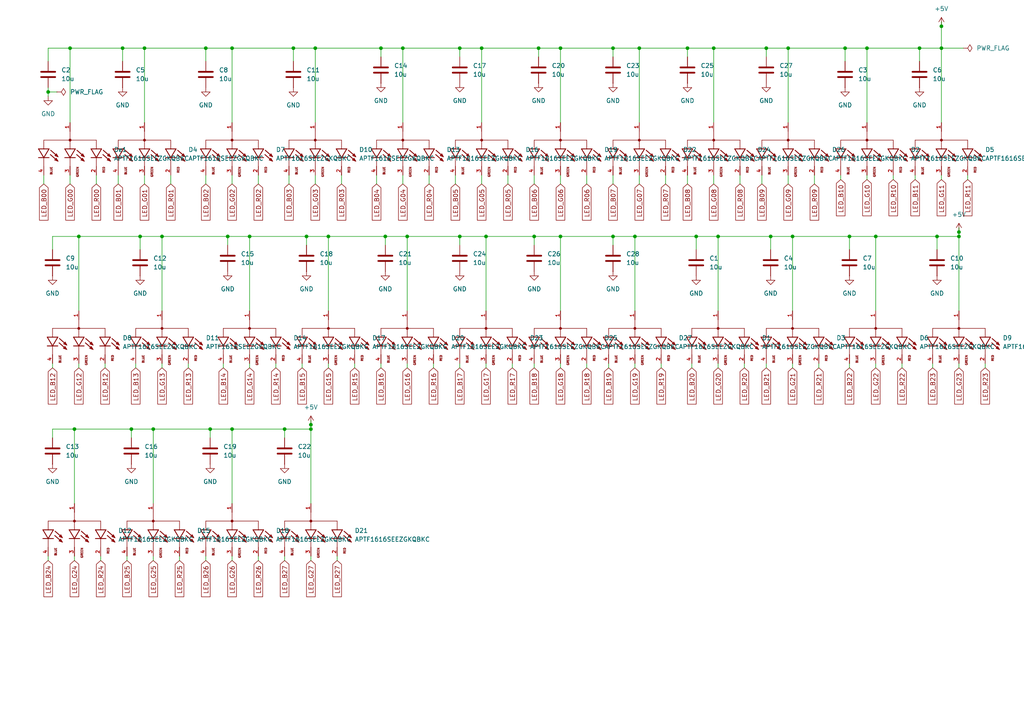
<source format=kicad_sch>
(kicad_sch (version 20250114) (generator "eeschema") (generator_version "9.0")
  (paper "A4")
  (lib_symbols
    (symbol "APTF1616SEEZGKQBKC:APTF1616SEEZGKQBKC" (pin_names (offset 1.016))
      (property "Reference" "D" (at -0.5588 12.7 0))
      (property "Value" "APTF1616SEEZGKQBKC" (at -1.016 -12.7 0))
      (symbol "APTF1616SEEZGKQBKC_0_0"
        (text "RED" (at 5.08 10.16 0) (effects (font (size 0.6096 0.6096)) (justify left bottom)))
        (text "GREEN" (at 5.08 2.54 0) (effects (font (size 0.6096 0.6096)) (justify left bottom)))
        (text "BLUE" (at 5.08 -5.08 0) (effects (font (size 0.6096 0.6096)) (justify left bottom)))
        (pin passive line (at -7.62 0 0) (length 2.54) (name "~") (number "1"))
        (pin passive line (at 7.62 7.62 180) (length 2.54) (name "~") (number "2"))
        (pin passive line (at 7.62 0 180) (length 2.54) (name "~") (number "3"))
        (pin passive line (at 7.62 -7.62 180) (length 2.54) (name "~") (number "4"))
      )
    )
    (symbol "Device:C" (pin_numbers (hide yes)) (pin_names (offset 0.254))
      (property "Reference" "C" (at 0.635 2.54 0))
      (property "Value" "C" (at 0.635 -2.54 0))
      (symbol "C_1_1"
        (pin passive line (at 0 3.81 270) (length 2.794) (name "~") (number "1"))
        (pin passive line (at 0 -3.81 90) (length 2.794) (name "~") (number "2"))
      )
    )
    (symbol "power:+5V" (power) (pin_numbers (hide yes)) (pin_names (offset 0) (hide yes))
      (property "Value" "+5V" (at 0 3.556 0))
      (symbol "+5V_1_1"
        (pin power_in line (at 0 0 90) (length 0) (name "~") (number "1"))
      )
    )
    (symbol "power:GND" (power) (pin_numbers (hide yes)) (pin_names (offset 0) (hide yes))
      (property "Value" "GND" (at 0 -3.81 0))
      (symbol "GND_1_1"
        (pin power_in line (at 0 0 270) (length 0) (name "~") (number "1"))
      )
    )
    (symbol "power:PWR_FLAG" (power) (pin_numbers (hide yes)) (pin_names (offset 0) (hide yes))
      (property "Value" "PWR_FLAG" (at 0 3.81 0))
      (symbol "PWR_FLAG_0_0"
        (pin power_out line (at 0 0 90) (length 0) (name "~") (number "1"))
      )
    )
  )
  (junction (at 59.69 13.97))
  (junction (at 245.11 13.97))
  (junction (at 140.97 68.58))
  (junction (at 13.97 26.67))
  (junction (at 271.78 68.58))
  (junction (at 22.86 68.58))
  (junction (at 44.45 124.46))
  (junction (at 246.38 68.58))
  (junction (at 60.96 124.46))
  (junction (at 133.35 68.58))
  (junction (at 185.42 13.97))
  (junction (at 229.87 68.58))
  (junction (at 111.76 68.58))
  (junction (at 88.9 68.58))
  (junction (at 67.31 124.46))
  (junction (at 177.8 68.58))
  (junction (at 254 68.58))
  (junction (at 82.55 124.46))
  (junction (at 40.64 68.58))
  (junction (at 208.28 68.58))
  (junction (at 251.46 13.97))
  (junction (at 228.6 13.97))
  (junction (at 35.56 13.97))
  (junction (at 184.15 68.58))
  (junction (at 95.25 68.58))
  (junction (at 278.13 67.31))
  (junction (at 199.39 13.97))
  (junction (at 154.94 68.58))
  (junction (at 177.8 13.97))
  (junction (at 278.13 68.58))
  (junction (at 41.91 13.97))
  (junction (at 162.56 13.97))
  (junction (at 162.56 68.58))
  (junction (at 110.49 13.97))
  (junction (at 90.17 123.19))
  (junction (at 223.52 68.58))
  (junction (at 156.21 13.97))
  (junction (at 118.11 68.58))
  (junction (at 66.04 68.58))
  (junction (at 139.7 13.97))
  (junction (at 273.05 13.97))
  (junction (at 133.35 13.97))
  (junction (at 72.39 68.58))
  (junction (at 222.25 13.97))
  (junction (at 266.7 13.97))
  (junction (at 21.59 124.46))
  (junction (at 67.31 13.97))
  (junction (at 207.01 13.97))
  (junction (at 91.44 13.97))
  (junction (at 85.09 13.97))
  (junction (at 116.84 13.97))
  (junction (at 38.1 124.46))
  (junction (at 90.17 124.46))
  (junction (at 46.99 68.58))
  (junction (at 20.32 13.97))
  (junction (at 273.05 7.62))
  (junction (at 201.93 68.58))
  (wire (pts (xy 13.97 26.67) (xy 13.97 27.94)))
  (wire (pts (xy 46.99 105.41) (xy 46.99 106.68)))
  (wire (pts (xy 201.93 68.58) (xy 208.28 68.58)))
  (wire (pts (xy 278.13 67.31) (xy 278.13 68.58)))
  (wire (pts (xy 85.09 13.97) (xy 91.44 13.97)))
  (wire (pts (xy 74.93 50.8) (xy 74.93 53.34)))
  (wire (pts (xy 64.77 105.41) (xy 64.77 106.68)))
  (wire (pts (xy 125.73 105.41) (xy 125.73 106.68)))
  (wire (pts (xy 228.6 35.56) (xy 228.6 13.97)))
  (wire (pts (xy 251.46 50.8) (xy 251.46 52.07)))
  (wire (pts (xy 162.56 50.8) (xy 162.56 53.34)))
  (wire (pts (xy 60.96 124.46) (xy 67.31 124.46)))
  (wire (pts (xy 251.46 35.56) (xy 251.46 13.97)))
  (wire (pts (xy 132.08 50.8) (xy 132.08 53.34)))
  (wire (pts (xy 278.13 105.41) (xy 278.13 106.68)))
  (wire (pts (xy 201.93 72.39) (xy 201.93 68.58)))
  (wire (pts (xy 80.01 105.41) (xy 80.01 106.68)))
  (wire (pts (xy 44.45 161.29) (xy 44.45 162.56)))
  (wire (pts (xy 34.29 50.8) (xy 34.29 53.34)))
  (wire (pts (xy 87.63 105.41) (xy 87.63 106.68)))
  (wire (pts (xy 199.39 50.8) (xy 199.39 53.34)))
  (wire (pts (xy 41.91 13.97) (xy 59.69 13.97)))
  (wire (pts (xy 85.09 17.78) (xy 85.09 13.97)))
  (wire (pts (xy 109.22 50.8) (xy 109.22 53.34)))
  (wire (pts (xy 245.11 13.97) (xy 245.11 17.78)))
  (wire (pts (xy 35.56 13.97) (xy 20.32 13.97)))
  (wire (pts (xy 154.94 105.41) (xy 154.94 106.68)))
  (wire (pts (xy 38.1 127) (xy 38.1 124.46)))
  (wire (pts (xy 67.31 124.46) (xy 67.31 146.05)))
  (wire (pts (xy 139.7 35.56) (xy 139.7 13.97)))
  (wire (pts (xy 177.8 13.97) (xy 185.42 13.97)))
  (wire (pts (xy 124.46 50.8) (xy 124.46 53.34)))
  (wire (pts (xy 200.66 105.41) (xy 200.66 106.68)))
  (wire (pts (xy 40.64 68.58) (xy 46.99 68.58)))
  (wire (pts (xy 223.52 68.58) (xy 223.52 72.39)))
  (wire (pts (xy 261.62 105.41) (xy 261.62 106.68)))
  (wire (pts (xy 15.24 124.46) (xy 21.59 124.46)))
  (wire (pts (xy 265.43 50.8) (xy 265.43 52.07)))
  (wire (pts (xy 59.69 13.97) (xy 67.31 13.97)))
  (wire (pts (xy 236.22 50.8) (xy 236.22 53.34)))
  (wire (pts (xy 13.97 26.67) (xy 16.51 26.67)))
  (wire (pts (xy 271.78 72.39) (xy 271.78 68.58)))
  (wire (pts (xy 21.59 124.46) (xy 21.59 146.05)))
  (wire (pts (xy 215.9 105.41) (xy 215.9 106.68)))
  (wire (pts (xy 237.49 105.41) (xy 237.49 106.68)))
  (wire (pts (xy 280.67 50.8) (xy 280.67 52.07)))
  (wire (pts (xy 278.13 90.17) (xy 278.13 68.58)))
  (wire (pts (xy 46.99 90.17) (xy 46.99 68.58)))
  (wire (pts (xy 59.69 161.29) (xy 59.69 162.56)))
  (wire (pts (xy 110.49 105.41) (xy 110.49 106.68)))
  (wire (pts (xy 229.87 68.58) (xy 229.87 90.17)))
  (wire (pts (xy 110.49 13.97) (xy 116.84 13.97)))
  (wire (pts (xy 118.11 68.58) (xy 133.35 68.58)))
  (wire (pts (xy 214.63 50.8) (xy 214.63 53.34)))
  (wire (pts (xy 254 68.58) (xy 254 90.17)))
  (wire (pts (xy 15.24 68.58) (xy 15.24 72.39)))
  (wire (pts (xy 67.31 124.46) (xy 82.55 124.46)))
  (wire (pts (xy 72.39 68.58) (xy 72.39 90.17)))
  (wire (pts (xy 111.76 71.12) (xy 111.76 68.58)))
  (wire (pts (xy 185.42 13.97) (xy 199.39 13.97)))
  (wire (pts (xy 118.11 68.58) (xy 118.11 90.17)))
  (wire (pts (xy 139.7 50.8) (xy 139.7 53.34)))
  (wire (pts (xy 74.93 161.29) (xy 74.93 162.56)))
  (wire (pts (xy 133.35 105.41) (xy 133.35 106.68)))
  (wire (pts (xy 184.15 68.58) (xy 201.93 68.58)))
  (wire (pts (xy 20.32 13.97) (xy 13.97 13.97)))
  (wire (pts (xy 193.04 50.8) (xy 193.04 53.34)))
  (wire (pts (xy 82.55 124.46) (xy 90.17 124.46)))
  (wire (pts (xy 91.44 50.8) (xy 91.44 53.34)))
  (wire (pts (xy 102.87 105.41) (xy 102.87 106.68)))
  (wire (pts (xy 95.25 105.41) (xy 95.25 106.68)))
  (wire (pts (xy 67.31 50.8) (xy 67.31 53.34)))
  (wire (pts (xy 46.99 68.58) (xy 66.04 68.58)))
  (wire (pts (xy 95.25 68.58) (xy 111.76 68.58)))
  (wire (pts (xy 147.32 50.8) (xy 147.32 53.34)))
  (wire (pts (xy 222.25 13.97) (xy 207.01 13.97)))
  (wire (pts (xy 111.76 68.58) (xy 118.11 68.58)))
  (wire (pts (xy 285.75 105.41) (xy 285.75 106.68)))
  (wire (pts (xy 266.7 13.97) (xy 273.05 13.97)))
  (wire (pts (xy 154.94 68.58) (xy 154.94 71.12)))
  (wire (pts (xy 133.35 71.12) (xy 133.35 68.58)))
  (wire (pts (xy 246.38 105.41) (xy 246.38 106.68)))
  (wire (pts (xy 222.25 13.97) (xy 222.25 16.51)))
  (wire (pts (xy 273.05 7.62) (xy 273.05 6.35)))
  (wire (pts (xy 229.87 68.58) (xy 246.38 68.58)))
  (wire (pts (xy 243.84 50.8) (xy 243.84 52.07)))
  (wire (pts (xy 88.9 68.58) (xy 95.25 68.58)))
  (wire (pts (xy 60.96 124.46) (xy 60.96 127)))
  (wire (pts (xy 52.07 161.29) (xy 52.07 162.56)))
  (wire (pts (xy 271.78 68.58) (xy 278.13 68.58)))
  (wire (pts (xy 199.39 13.97) (xy 199.39 16.51)))
  (wire (pts (xy 177.8 68.58) (xy 177.8 71.12)))
  (wire (pts (xy 177.8 50.8) (xy 177.8 53.34)))
  (wire (pts (xy 116.84 13.97) (xy 116.84 35.56)))
  (wire (pts (xy 266.7 13.97) (xy 251.46 13.97)))
  (wire (pts (xy 44.45 124.46) (xy 60.96 124.46)))
  (wire (pts (xy 162.56 105.41) (xy 162.56 106.68)))
  (wire (pts (xy 185.42 13.97) (xy 185.42 35.56)))
  (wire (pts (xy 90.17 124.46) (xy 90.17 146.05)))
  (wire (pts (xy 222.25 105.41) (xy 222.25 106.68)))
  (wire (pts (xy 170.18 105.41) (xy 170.18 106.68)))
  (wire (pts (xy 59.69 13.97) (xy 59.69 17.78)))
  (wire (pts (xy 97.79 161.29) (xy 97.79 162.56)))
  (wire (pts (xy 12.7 50.8) (xy 12.7 53.34)))
  (wire (pts (xy 254 68.58) (xy 271.78 68.58)))
  (wire (pts (xy 88.9 71.12) (xy 88.9 68.58)))
  (wire (pts (xy 228.6 50.8) (xy 228.6 53.34)))
  (wire (pts (xy 67.31 13.97) (xy 67.31 35.56)))
  (wire (pts (xy 59.69 50.8) (xy 59.69 53.34)))
  (wire (pts (xy 39.37 105.41) (xy 39.37 106.68)))
  (wire (pts (xy 72.39 105.41) (xy 72.39 106.68)))
  (wire (pts (xy 22.86 68.58) (xy 40.64 68.58)))
  (wire (pts (xy 148.59 105.41) (xy 148.59 106.68)))
  (wire (pts (xy 273.05 50.8) (xy 273.05 52.07)))
  (wire (pts (xy 156.21 13.97) (xy 162.56 13.97)))
  (wire (pts (xy 273.05 13.97) (xy 273.05 7.62)))
  (wire (pts (xy 156.21 16.51) (xy 156.21 13.97)))
  (wire (pts (xy 95.25 90.17) (xy 95.25 68.58)))
  (wire (pts (xy 91.44 13.97) (xy 110.49 13.97)))
  (wire (pts (xy 38.1 124.46) (xy 44.45 124.46)))
  (wire (pts (xy 116.84 13.97) (xy 133.35 13.97)))
  (wire (pts (xy 44.45 146.05) (xy 44.45 124.46)))
  (wire (pts (xy 270.51 105.41) (xy 270.51 106.68)))
  (wire (pts (xy 133.35 68.58) (xy 140.97 68.58)))
  (wire (pts (xy 67.31 13.97) (xy 85.09 13.97)))
  (wire (pts (xy 41.91 13.97) (xy 41.91 35.56)))
  (wire (pts (xy 154.94 50.8) (xy 154.94 53.34)))
  (wire (pts (xy 222.25 13.97) (xy 228.6 13.97)))
  (wire (pts (xy 208.28 68.58) (xy 223.52 68.58)))
  (wire (pts (xy 22.86 105.41) (xy 22.86 106.68)))
  (wire (pts (xy 176.53 105.41) (xy 176.53 106.68)))
  (wire (pts (xy 184.15 90.17) (xy 184.15 68.58)))
  (wire (pts (xy 177.8 68.58) (xy 184.15 68.58)))
  (wire (pts (xy 162.56 68.58) (xy 154.94 68.58)))
  (wire (pts (xy 36.83 161.29) (xy 36.83 162.56)))
  (wire (pts (xy 162.56 13.97) (xy 177.8 13.97)))
  (wire (pts (xy 99.06 50.8) (xy 99.06 53.34)))
  (wire (pts (xy 21.59 124.46) (xy 38.1 124.46)))
  (wire (pts (xy 177.8 68.58) (xy 162.56 68.58)))
  (wire (pts (xy 223.52 68.58) (xy 229.87 68.58)))
  (wire (pts (xy 90.17 123.19) (xy 90.17 124.46)))
  (wire (pts (xy 20.32 35.56) (xy 20.32 13.97)))
  (wire (pts (xy 177.8 16.51) (xy 177.8 13.97)))
  (wire (pts (xy 83.82 50.8) (xy 83.82 53.34)))
  (wire (pts (xy 29.21 161.29) (xy 29.21 162.56)))
  (wire (pts (xy 66.04 68.58) (xy 72.39 68.58)))
  (wire (pts (xy 140.97 68.58) (xy 154.94 68.58)))
  (wire (pts (xy 170.18 50.8) (xy 170.18 53.34)))
  (wire (pts (xy 185.42 50.8) (xy 185.42 53.34)))
  (wire (pts (xy 82.55 161.29) (xy 82.55 162.56)))
  (wire (pts (xy 90.17 161.29) (xy 90.17 162.56)))
  (wire (pts (xy 246.38 68.58) (xy 246.38 72.39)))
  (wire (pts (xy 116.84 50.8) (xy 116.84 53.34)))
  (wire (pts (xy 207.01 13.97) (xy 207.01 35.56)))
  (wire (pts (xy 191.77 105.41) (xy 191.77 106.68)))
  (wire (pts (xy 140.97 105.41) (xy 140.97 106.68)))
  (wire (pts (xy 245.11 13.97) (xy 251.46 13.97)))
  (wire (pts (xy 72.39 68.58) (xy 88.9 68.58)))
  (wire (pts (xy 229.87 105.41) (xy 229.87 106.68)))
  (wire (pts (xy 41.91 50.8) (xy 41.91 53.34)))
  (wire (pts (xy 91.44 35.56) (xy 91.44 13.97)))
  (wire (pts (xy 266.7 17.78) (xy 266.7 13.97)))
  (wire (pts (xy 66.04 71.12) (xy 66.04 68.58)))
  (wire (pts (xy 162.56 13.97) (xy 162.56 35.56)))
  (wire (pts (xy 20.32 50.8) (xy 20.32 53.34)))
  (wire (pts (xy 118.11 105.41) (xy 118.11 106.68)))
  (wire (pts (xy 162.56 68.58) (xy 162.56 90.17)))
  (wire (pts (xy 15.24 105.41) (xy 15.24 106.68)))
  (wire (pts (xy 22.86 68.58) (xy 22.86 90.17)))
  (wire (pts (xy 27.94 50.8) (xy 27.94 53.34)))
  (wire (pts (xy 35.56 17.78) (xy 35.56 13.97)))
  (wire (pts (xy 40.64 72.39) (xy 40.64 68.58)))
  (wire (pts (xy 139.7 13.97) (xy 156.21 13.97)))
  (wire (pts (xy 254 105.41) (xy 254 106.68)))
  (wire (pts (xy 90.17 121.92) (xy 90.17 123.19)))
  (wire (pts (xy 13.97 25.4) (xy 13.97 26.67)))
  (wire (pts (xy 54.61 105.41) (xy 54.61 106.68)))
  (wire (pts (xy 259.08 50.8) (xy 259.08 52.07)))
  (wire (pts (xy 228.6 13.97) (xy 245.11 13.97)))
  (wire (pts (xy 273.05 13.97) (xy 273.05 35.56)))
  (wire (pts (xy 30.48 105.41) (xy 30.48 106.68)))
  (wire (pts (xy 279.4 13.97) (xy 273.05 13.97)))
  (wire (pts (xy 133.35 16.51) (xy 133.35 13.97)))
  (wire (pts (xy 67.31 161.29) (xy 67.31 162.56)))
  (wire (pts (xy 208.28 105.41) (xy 208.28 106.68)))
  (wire (pts (xy 207.01 13.97) (xy 199.39 13.97)))
  (wire (pts (xy 208.28 90.17) (xy 208.28 68.58)))
  (wire (pts (xy 15.24 68.58) (xy 22.86 68.58)))
  (wire (pts (xy 110.49 16.51) (xy 110.49 13.97)))
  (wire (pts (xy 82.55 124.46) (xy 82.55 127)))
  (wire (pts (xy 13.97 13.97) (xy 13.97 17.78)))
  (wire (pts (xy 207.01 50.8) (xy 207.01 53.34)))
  (wire (pts (xy 15.24 124.46) (xy 15.24 127)))
  (wire (pts (xy 140.97 68.58) (xy 140.97 90.17)))
  (wire (pts (xy 13.97 161.29) (xy 13.97 162.56)))
  (wire (pts (xy 278.13 66.04) (xy 278.13 67.31)))
  (wire (pts (xy 184.15 105.41) (xy 184.15 106.68)))
  (wire (pts (xy 35.56 13.97) (xy 41.91 13.97)))
  (wire (pts (xy 133.35 13.97) (xy 139.7 13.97)))
  (wire (pts (xy 49.53 50.8) (xy 49.53 53.34)))
  (wire (pts (xy 21.59 161.29) (xy 21.59 162.56)))
  (wire (pts (xy 246.38 68.58) (xy 254 68.58)))
  (wire (pts (xy 220.98 50.8) (xy 220.98 53.34)))
  (global_label "LED_R13" (shape input) (at 54.61 106.68 270) (property "Intersheetrefs" "${INTERSHEET_REFS}" (effects (hide yes))))
  (global_label "LED_G22" (shape input) (at 254 106.68 270) (property "Intersheetrefs" "${INTERSHEET_REFS}" (effects (hide yes))))
  (global_label "LED_R03" (shape input) (at 99.06 53.34 270) (property "Intersheetrefs" "${INTERSHEET_REFS}" (effects (hide yes))))
  (global_label "LED_B18" (shape input) (at 154.94 106.68 270) (property "Intersheetrefs" "${INTERSHEET_REFS}" (effects (hide yes))))
  (global_label "LED_G02" (shape input) (at 67.31 53.34 270) (property "Intersheetrefs" "${INTERSHEET_REFS}" (effects (hide yes))))
  (global_label "LED_B11" (shape input) (at 265.43 52.07 270) (property "Intersheetrefs" "${INTERSHEET_REFS}" (effects (hide yes))))
  (global_label "LED_B27" (shape input) (at 82.55 162.56 270) (property "Intersheetrefs" "${INTERSHEET_REFS}" (effects (hide yes))))
  (global_label "LED_R00" (shape input) (at 27.94 53.34 270) (property "Intersheetrefs" "${INTERSHEET_REFS}" (effects (hide yes))))
  (global_label "LED_G26" (shape input) (at 67.31 162.56 270) (property "Intersheetrefs" "${INTERSHEET_REFS}" (effects (hide yes))))
  (global_label "LED_G21" (shape input) (at 229.87 106.68 270) (property "Intersheetrefs" "${INTERSHEET_REFS}" (effects (hide yes))))
  (global_label "LED_R21" (shape input) (at 237.49 106.68 270) (property "Intersheetrefs" "${INTERSHEET_REFS}" (effects (hide yes))))
  (global_label "LED_B23" (shape input) (at 270.51 106.68 270) (property "Intersheetrefs" "${INTERSHEET_REFS}" (effects (hide yes))))
  (global_label "LED_R20" (shape input) (at 215.9 106.68 270) (property "Intersheetrefs" "${INTERSHEET_REFS}" (effects (hide yes))))
  (global_label "LED_B07" (shape input) (at 177.8 53.34 270) (property "Intersheetrefs" "${INTERSHEET_REFS}" (effects (hide yes))))
  (global_label "LED_G00" (shape input) (at 20.32 53.34 270) (property "Intersheetrefs" "${INTERSHEET_REFS}" (effects (hide yes))))
  (global_label "LED_B01" (shape input) (at 34.29 53.34 270) (property "Intersheetrefs" "${INTERSHEET_REFS}" (effects (hide yes))))
  (global_label "LED_R05" (shape input) (at 147.32 53.34 270) (property "Intersheetrefs" "${INTERSHEET_REFS}" (effects (hide yes))))
  (global_label "LED_B00" (shape input) (at 12.7 53.34 270) (property "Intersheetrefs" "${INTERSHEET_REFS}" (effects (hide yes))))
  (global_label "LED_G16" (shape input) (at 118.11 106.68 270) (property "Intersheetrefs" "${INTERSHEET_REFS}" (effects (hide yes))))
  (global_label "LED_R09" (shape input) (at 236.22 53.34 270) (property "Intersheetrefs" "${INTERSHEET_REFS}" (effects (hide yes))))
  (global_label "LED_R24" (shape input) (at 29.21 162.56 270) (property "Intersheetrefs" "${INTERSHEET_REFS}" (effects (hide yes))))
  (global_label "LED_G19" (shape input) (at 184.15 106.68 270) (property "Intersheetrefs" "${INTERSHEET_REFS}" (effects (hide yes))))
  (global_label "LED_B12" (shape input) (at 15.24 106.68 270) (property "Intersheetrefs" "${INTERSHEET_REFS}" (effects (hide yes))))
  (global_label "LED_G18" (shape input) (at 162.56 106.68 270) (property "Intersheetrefs" "${INTERSHEET_REFS}" (effects (hide yes))))
  (global_label "LED_B03" (shape input) (at 83.82 53.34 270) (property "Intersheetrefs" "${INTERSHEET_REFS}" (effects (hide yes))))
  (global_label "LED_G08" (shape input) (at 207.01 53.34 270) (property "Intersheetrefs" "${INTERSHEET_REFS}" (effects (hide yes))))
  (global_label "LED_G14" (shape input) (at 72.39 106.68 270) (property "Intersheetrefs" "${INTERSHEET_REFS}" (effects (hide yes))))
  (global_label "LED_B26" (shape input) (at 59.69 162.56 270) (property "Intersheetrefs" "${INTERSHEET_REFS}" (effects (hide yes))))
  (global_label "LED_G23" (shape input) (at 278.13 106.68 270) (property "Intersheetrefs" "${INTERSHEET_REFS}" (effects (hide yes))))
  (global_label "LED_R17" (shape input) (at 148.59 106.68 270) (property "Intersheetrefs" "${INTERSHEET_REFS}" (effects (hide yes))))
  (global_label "LED_G01" (shape input) (at 41.91 53.34 270) (property "Intersheetrefs" "${INTERSHEET_REFS}" (effects (hide yes))))
  (global_label "LED_B25" (shape input) (at 36.83 162.56 270) (property "Intersheetrefs" "${INTERSHEET_REFS}" (effects (hide yes))))
  (global_label "LED_R22" (shape input) (at 261.62 106.68 270) (property "Intersheetrefs" "${INTERSHEET_REFS}" (effects (hide yes))))
  (global_label "LED_B19" (shape input) (at 176.53 106.68 270) (property "Intersheetrefs" "${INTERSHEET_REFS}" (effects (hide yes))))
  (global_label "LED_G06" (shape input) (at 162.56 53.34 270) (property "Intersheetrefs" "${INTERSHEET_REFS}" (effects (hide yes))))
  (global_label "LED_G17" (shape input) (at 140.97 106.68 270) (property "Intersheetrefs" "${INTERSHEET_REFS}" (effects (hide yes))))
  (global_label "LED_R25" (shape input) (at 52.07 162.56 270) (property "Intersheetrefs" "${INTERSHEET_REFS}" (effects (hide yes))))
  (global_label "LED_B09" (shape input) (at 220.98 53.34 270) (property "Intersheetrefs" "${INTERSHEET_REFS}" (effects (hide yes))))
  (global_label "LED_R26" (shape input) (at 74.93 162.56 270) (property "Intersheetrefs" "${INTERSHEET_REFS}" (effects (hide yes))))
  (global_label "LED_R14" (shape input) (at 80.01 106.68 270) (property "Intersheetrefs" "${INTERSHEET_REFS}" (effects (hide yes))))
  (global_label "LED_G04" (shape input) (at 116.84 53.34 270) (property "Intersheetrefs" "${INTERSHEET_REFS}" (effects (hide yes))))
  (global_label "LED_R27" (shape input) (at 97.79 162.56 270) (property "Intersheetrefs" "${INTERSHEET_REFS}" (effects (hide yes))))
  (global_label "LED_B04" (shape input) (at 109.22 53.34 270) (property "Intersheetrefs" "${INTERSHEET_REFS}" (effects (hide yes))))
  (global_label "LED_R01" (shape input) (at 49.53 53.34 270) (property "Intersheetrefs" "${INTERSHEET_REFS}" (effects (hide yes))))
  (global_label "LED_B08" (shape input) (at 199.39 53.34 270) (property "Intersheetrefs" "${INTERSHEET_REFS}" (effects (hide yes))))
  (global_label "LED_G12" (shape input) (at 22.86 106.68 270) (property "Intersheetrefs" "${INTERSHEET_REFS}" (effects (hide yes))))
  (global_label "LED_R02" (shape input) (at 74.93 53.34 270) (property "Intersheetrefs" "${INTERSHEET_REFS}" (effects (hide yes))))
  (global_label "LED_R04" (shape input) (at 124.46 53.34 270) (property "Intersheetrefs" "${INTERSHEET_REFS}" (effects (hide yes))))
  (global_label "LED_B06" (shape input) (at 154.94 53.34 270) (property "Intersheetrefs" "${INTERSHEET_REFS}" (effects (hide yes))))
  (global_label "LED_G25" (shape input) (at 44.45 162.56 270) (property "Intersheetrefs" "${INTERSHEET_REFS}" (effects (hide yes))))
  (global_label "LED_G24" (shape input) (at 21.59 162.56 270) (property "Intersheetrefs" "${INTERSHEET_REFS}" (effects (hide yes))))
  (global_label "LED_G20" (shape input) (at 208.28 106.68 270) (property "Intersheetrefs" "${INTERSHEET_REFS}" (effects (hide yes))))
  (global_label "LED_R18" (shape input) (at 170.18 106.68 270) (property "Intersheetrefs" "${INTERSHEET_REFS}" (effects (hide yes))))
  (global_label "LED_R23" (shape input) (at 285.75 106.68 270) (property "Intersheetrefs" "${INTERSHEET_REFS}" (effects (hide yes))))
  (global_label "LED_R11" (shape input) (at 280.67 52.07 270) (property "Intersheetrefs" "${INTERSHEET_REFS}" (effects (hide yes))))
  (global_label "LED_R12" (shape input) (at 30.48 106.68 270) (property "Intersheetrefs" "${INTERSHEET_REFS}" (effects (hide yes))))
  (global_label "LED_B14" (shape input) (at 64.77 106.68 270) (property "Intersheetrefs" "${INTERSHEET_REFS}" (effects (hide yes))))
  (global_label "LED_R15" (shape input) (at 102.87 106.68 270) (property "Intersheetrefs" "${INTERSHEET_REFS}" (effects (hide yes))))
  (global_label "LED_B16" (shape input) (at 110.49 106.68 270) (property "Intersheetrefs" "${INTERSHEET_REFS}" (effects (hide yes))))
  (global_label "LED_G05" (shape input) (at 139.7 53.34 270) (property "Intersheetrefs" "${INTERSHEET_REFS}" (effects (hide yes))))
  (global_label "LED_R10" (shape input) (at 259.08 52.07 270) (property "Intersheetrefs" "${INTERSHEET_REFS}" (effects (hide yes))))
  (global_label "LED_R07" (shape input) (at 193.04 53.34 270) (property "Intersheetrefs" "${INTERSHEET_REFS}" (effects (hide yes))))
  (global_label "LED_R08" (shape input) (at 214.63 53.34 270) (property "Intersheetrefs" "${INTERSHEET_REFS}" (effects (hide yes))))
  (global_label "LED_B15" (shape input) (at 87.63 106.68 270) (property "Intersheetrefs" "${INTERSHEET_REFS}" (effects (hide yes))))
  (global_label "LED_G07" (shape input) (at 185.42 53.34 270) (property "Intersheetrefs" "${INTERSHEET_REFS}" (effects (hide yes))))
  (global_label "LED_B05" (shape input) (at 132.08 53.34 270) (property "Intersheetrefs" "${INTERSHEET_REFS}" (effects (hide yes))))
  (global_label "LED_B10" (shape input) (at 243.84 52.07 270) (property "Intersheetrefs" "${INTERSHEET_REFS}" (effects (hide yes))))
  (global_label "LED_R06" (shape input) (at 170.18 53.34 270) (property "Intersheetrefs" "${INTERSHEET_REFS}" (effects (hide yes))))
  (global_label "LED_B20" (shape input) (at 200.66 106.68 270) (property "Intersheetrefs" "${INTERSHEET_REFS}" (effects (hide yes))))
  (global_label "LED_R16" (shape input) (at 125.73 106.68 270) (property "Intersheetrefs" "${INTERSHEET_REFS}" (effects (hide yes))))
  (global_label "LED_B02" (shape input) (at 59.69 53.34 270) (property "Intersheetrefs" "${INTERSHEET_REFS}" (effects (hide yes))))
  (global_label "LED_G15" (shape input) (at 95.25 106.68 270) (property "Intersheetrefs" "${INTERSHEET_REFS}" (effects (hide yes))))
  (global_label "LED_G27" (shape input) (at 90.17 162.56 270) (property "Intersheetrefs" "${INTERSHEET_REFS}" (effects (hide yes))))
  (global_label "LED_G09" (shape input) (at 228.6 53.34 270) (property "Intersheetrefs" "${INTERSHEET_REFS}" (effects (hide yes))))
  (global_label "LED_G13" (shape input) (at 46.99 106.68 270) (property "Intersheetrefs" "${INTERSHEET_REFS}" (effects (hide yes))))
  (global_label "LED_B22" (shape input) (at 246.38 106.68 270) (property "Intersheetrefs" "${INTERSHEET_REFS}" (effects (hide yes))))
  (global_label "LED_B24" (shape input) (at 13.97 162.56 270) (property "Intersheetrefs" "${INTERSHEET_REFS}" (effects (hide yes))))
  (global_label "LED_G11" (shape input) (at 273.05 52.07 270) (property "Intersheetrefs" "${INTERSHEET_REFS}" (effects (hide yes))))
  (global_label "LED_G10" (shape input) (at 251.46 52.07 270) (property "Intersheetrefs" "${INTERSHEET_REFS}" (effects (hide yes))))
  (global_label "LED_R19" (shape input) (at 191.77 106.68 270) (property "Intersheetrefs" "${INTERSHEET_REFS}" (effects (hide yes))))
  (global_label "LED_B17" (shape input) (at 133.35 106.68 270) (property "Intersheetrefs" "${INTERSHEET_REFS}" (effects (hide yes))))
  (global_label "LED_B13" (shape input) (at 39.37 106.68 270) (property "Intersheetrefs" "${INTERSHEET_REFS}" (effects (hide yes))))
  (global_label "LED_G03" (shape input) (at 91.44 53.34 270) (property "Intersheetrefs" "${INTERSHEET_REFS}" (effects (hide yes))))
  (global_label "LED_B21" (shape input) (at 222.25 106.68 270) (property "Intersheetrefs" "${INTERSHEET_REFS}" (effects (hide yes))))
  (symbol (lib_id "APTF1616SEEZGKQBKC:APTF1616SEEZGKQBKC") (at 208.28 97.79 270) (unit 1)
    (property "Reference" "D1" (at 220.98 98.0155 90) (effects (justify left)))
    (property "Value" "APTF1616SEEZGKQBKC" (at 220.98 100.5555 90) (effects (justify left)))
    (property "Footprint" "APTF1616SEEZGKQBKC:LED_APTF1616SEEZGKQBKC" (effects (hide yes)))
    (property "PARTREV" "V.14A" (effects (hide yes)))
    (property "STANDARD" "Manufacturer Recommendations" (effects (hide yes)))
    (property "MAXIMUM_PACKAGE_HEIGHT" "0.7mm" (effects (hide yes)))
    (property "MANUFACTURER" "Kingbright" (effects (hide yes)))
  )
  (symbol (lib_id "Device:C") (at 15.24 76.2 0) (unit 1)
    (property "Reference" "C9" (at 19.05 74.9299 0) (effects (justify left)))
    (property "Value" "10u" (at 19.05 77.4699 0) (effects (justify left)))
    (property "Footprint" "CL31A106MBHNNNE:CAP_CL31A_SAM" (effects (hide yes)))
    (property "Description" "Unpolarized capacitor" (effects (hide yes)))
  )
  (symbol (lib_id "Device:C") (at 88.9 74.93 0) (unit 1)
    (property "Reference" "C18" (at 92.71 73.6599 0) (effects (justify left)))
    (property "Value" "10u" (at 92.71 76.1999 0) (effects (justify left)))
    (property "Footprint" "CL31A106MBHNNNE:CAP_CL31A_SAM" (effects (hide yes)))
    (property "Description" "Unpolarized capacitor" (effects (hide yes)))
  )
  (symbol (lib_id "Device:C") (at 154.94 74.93 0) (unit 1)
    (property "Reference" "C26" (at 158.75 73.6599 0) (effects (justify left)))
    (property "Value" "10u" (at 158.75 76.1999 0) (effects (justify left)))
    (property "Footprint" "CL31A106MBHNNNE:CAP_CL31A_SAM" (effects (hide yes)))
    (property "Description" "Unpolarized capacitor" (effects (hide yes)))
  )
  (symbol (lib_id "power:GND") (at 35.56 25.4 0) (unit 1)
    (property "Reference" "#PWR05" (effects (hide yes)))
    (property "Value" "GND" (at 35.56 30.48 0))
    (property "Description" "Power symbol creates a global label with name \"GND\" , ground" (effects (hide yes)))
  )
  (symbol (lib_id "Device:C") (at 15.24 130.81 0) (unit 1)
    (property "Reference" "C13" (at 19.05 129.5399 0) (effects (justify left)))
    (property "Value" "10u" (at 19.05 132.0799 0) (effects (justify left)))
    (property "Footprint" "CL31A106MBHNNNE:CAP_CL31A_SAM" (effects (hide yes)))
    (property "Description" "Unpolarized capacitor" (effects (hide yes)))
  )
  (symbol (lib_id "power:GND") (at 111.76 78.74 0) (unit 1)
    (property "Reference" "#PWR021" (effects (hide yes)))
    (property "Value" "GND" (at 111.76 83.82 0))
    (property "Description" "Power symbol creates a global label with name \"GND\" , ground" (effects (hide yes)))
  )
  (symbol (lib_id "power:GND") (at 88.9 78.74 0) (unit 1)
    (property "Reference" "#PWR018" (effects (hide yes)))
    (property "Value" "GND" (at 88.9 83.82 0))
    (property "Description" "Power symbol creates a global label with name \"GND\" , ground" (effects (hide yes)))
  )
  (symbol (lib_id "Device:C") (at 199.39 20.32 0) (unit 1)
    (property "Reference" "C25" (at 203.2 19.0499 0) (effects (justify left)))
    (property "Value" "10u" (at 203.2 21.5899 0) (effects (justify left)))
    (property "Footprint" "CL31A106MBHNNNE:CAP_CL31A_SAM" (effects (hide yes)))
    (property "Description" "Unpolarized capacitor" (effects (hide yes)))
  )
  (symbol (lib_id "APTF1616SEEZGKQBKC:APTF1616SEEZGKQBKC") (at 91.44 43.18 270) (unit 1)
    (property "Reference" "D10" (at 104.14 43.4055 90) (effects (justify left)))
    (property "Value" "APTF1616SEEZGKQBKC" (at 104.14 45.9455 90) (effects (justify left)))
    (property "Footprint" "APTF1616SEEZGKQBKC:LED_APTF1616SEEZGKQBKC" (effects (hide yes)))
    (property "PARTREV" "V.14A" (effects (hide yes)))
    (property "STANDARD" "Manufacturer Recommendations" (effects (hide yes)))
    (property "MAXIMUM_PACKAGE_HEIGHT" "0.7mm" (effects (hide yes)))
    (property "MANUFACTURER" "Kingbright" (effects (hide yes)))
  )
  (symbol (lib_id "APTF1616SEEZGKQBKC:APTF1616SEEZGKQBKC") (at 46.99 97.79 270) (unit 1)
    (property "Reference" "D11" (at 59.69 98.0155 90) (effects (justify left)))
    (property "Value" "APTF1616SEEZGKQBKC" (at 59.69 100.5555 90) (effects (justify left)))
    (property "Footprint" "APTF1616SEEZGKQBKC:LED_APTF1616SEEZGKQBKC" (effects (hide yes)))
    (property "PARTREV" "V.14A" (effects (hide yes)))
    (property "STANDARD" "Manufacturer Recommendations" (effects (hide yes)))
    (property "MAXIMUM_PACKAGE_HEIGHT" "0.7mm" (effects (hide yes)))
    (property "MANUFACTURER" "Kingbright" (effects (hide yes)))
  )
  (symbol (lib_id "power:GND") (at 110.49 24.13 0) (unit 1)
    (property "Reference" "#PWR014" (effects (hide yes)))
    (property "Value" "GND" (at 110.49 29.21 0))
    (property "Description" "Power symbol creates a global label with name \"GND\" , ground" (effects (hide yes)))
  )
  (symbol (lib_id "power:GND") (at 13.97 27.94 0) (unit 1)
    (property "Reference" "#PWR02" (effects (hide yes)))
    (property "Value" "GND" (at 13.97 33.02 0))
    (property "Description" "Power symbol creates a global label with name \"GND\" , ground" (effects (hide yes)))
  )
  (symbol (lib_id "power:GND") (at 266.7 25.4 0) (unit 1)
    (property "Reference" "#PWR06" (effects (hide yes)))
    (property "Value" "GND" (at 266.7 30.48 0))
    (property "Description" "Power symbol creates a global label with name \"GND\" , ground" (effects (hide yes)))
  )
  (symbol (lib_id "power:PWR_FLAG") (at 279.4 13.97 270) (unit 1)
    (property "Reference" "#FLG03" (effects (hide yes)))
    (property "Value" "PWR_FLAG" (at 283.21 13.9699 90) (effects (justify left)))
    (property "Description" "Special symbol for telling ERC where power comes from" (effects (hide yes)))
  )
  (symbol (lib_id "APTF1616SEEZGKQBKC:APTF1616SEEZGKQBKC") (at 162.56 43.18 270) (unit 1)
    (property "Reference" "D19" (at 175.26 43.4055 90) (effects (justify left)))
    (property "Value" "APTF1616SEEZGKQBKC" (at 175.26 45.9455 90) (effects (justify left)))
    (property "Footprint" "APTF1616SEEZGKQBKC:LED_APTF1616SEEZGKQBKC" (effects (hide yes)))
    (property "PARTREV" "V.14A" (effects (hide yes)))
    (property "STANDARD" "Manufacturer Recommendations" (effects (hide yes)))
    (property "MAXIMUM_PACKAGE_HEIGHT" "0.7mm" (effects (hide yes)))
    (property "MANUFACTURER" "Kingbright" (effects (hide yes)))
  )
  (symbol (lib_id "APTF1616SEEZGKQBKC:APTF1616SEEZGKQBKC") (at 140.97 97.79 270) (unit 1)
    (property "Reference" "D23" (at 153.67 98.0155 90) (effects (justify left)))
    (property "Value" "APTF1616SEEZGKQBKC" (at 153.67 100.5555 90) (effects (justify left)))
    (property "Footprint" "APTF1616SEEZGKQBKC:LED_APTF1616SEEZGKQBKC" (effects (hide yes)))
    (property "PARTREV" "V.14A" (effects (hide yes)))
    (property "STANDARD" "Manufacturer Recommendations" (effects (hide yes)))
    (property "MAXIMUM_PACKAGE_HEIGHT" "0.7mm" (effects (hide yes)))
    (property "MANUFACTURER" "Kingbright" (effects (hide yes)))
  )
  (symbol (lib_id "power:GND") (at 271.78 80.01 0) (unit 1)
    (property "Reference" "#PWR010" (effects (hide yes)))
    (property "Value" "GND" (at 271.78 85.09 0))
    (property "Description" "Power symbol creates a global label with name \"GND\" , ground" (effects (hide yes)))
  )
  (symbol (lib_id "Device:C") (at 111.76 74.93 0) (unit 1)
    (property "Reference" "C21" (at 115.57 73.6599 0) (effects (justify left)))
    (property "Value" "10u" (at 115.57 76.1999 0) (effects (justify left)))
    (property "Footprint" "CL31A106MBHNNNE:CAP_CL31A_SAM" (effects (hide yes)))
    (property "Description" "Unpolarized capacitor" (effects (hide yes)))
  )
  (symbol (lib_id "APTF1616SEEZGKQBKC:APTF1616SEEZGKQBKC") (at 118.11 97.79 270) (unit 1)
    (property "Reference" "D20" (at 130.81 98.0155 90) (effects (justify left)))
    (property "Value" "APTF1616SEEZGKQBKC" (at 130.81 100.5555 90) (effects (justify left)))
    (property "Footprint" "APTF1616SEEZGKQBKC:LED_APTF1616SEEZGKQBKC" (effects (hide yes)))
    (property "PARTREV" "V.14A" (effects (hide yes)))
    (property "STANDARD" "Manufacturer Recommendations" (effects (hide yes)))
    (property "MAXIMUM_PACKAGE_HEIGHT" "0.7mm" (effects (hide yes)))
    (property "MANUFACTURER" "Kingbright" (effects (hide yes)))
  )
  (symbol (lib_id "Device:C") (at 271.78 76.2 0) (unit 1)
    (property "Reference" "C10" (at 275.59 74.9299 0) (effects (justify left)))
    (property "Value" "10u" (at 275.59 77.4699 0) (effects (justify left)))
    (property "Footprint" "CL31A106MBHNNNE:CAP_CL31A_SAM" (effects (hide yes)))
    (property "Description" "Unpolarized capacitor" (effects (hide yes)))
  )
  (symbol (lib_id "power:GND") (at 40.64 80.01 0) (unit 1)
    (property "Reference" "#PWR012" (effects (hide yes)))
    (property "Value" "GND" (at 40.64 85.09 0))
    (property "Description" "Power symbol creates a global label with name \"GND\" , ground" (effects (hide yes)))
  )
  (symbol (lib_id "power:GND") (at 15.24 80.01 0) (unit 1)
    (property "Reference" "#PWR09" (effects (hide yes)))
    (property "Value" "GND" (at 15.24 85.09 0))
    (property "Description" "Power symbol creates a global label with name \"GND\" , ground" (effects (hide yes)))
  )
  (symbol (lib_id "power:GND") (at 223.52 80.01 0) (unit 1)
    (property "Reference" "#PWR04" (effects (hide yes)))
    (property "Value" "GND" (at 223.52 85.09 0))
    (property "Description" "Power symbol creates a global label with name \"GND\" , ground" (effects (hide yes)))
  )
  (symbol (lib_id "Device:C") (at 245.11 21.59 0) (unit 1)
    (property "Reference" "C3" (at 248.92 20.3199 0) (effects (justify left)))
    (property "Value" "10u" (at 248.92 22.8599 0) (effects (justify left)))
    (property "Footprint" "CL31A106MBHNNNE:CAP_CL31A_SAM" (effects (hide yes)))
    (property "Description" "Unpolarized capacitor" (effects (hide yes)))
  )
  (symbol (lib_id "power:GND") (at 38.1 134.62 0) (unit 1)
    (property "Reference" "#PWR016" (effects (hide yes)))
    (property "Value" "GND" (at 38.1 139.7 0))
    (property "Description" "Power symbol creates a global label with name \"GND\" , ground" (effects (hide yes)))
  )
  (symbol (lib_id "power:GND") (at 59.69 25.4 0) (unit 1)
    (property "Reference" "#PWR08" (effects (hide yes)))
    (property "Value" "GND" (at 59.69 30.48 0))
    (property "Description" "Power symbol creates a global label with name \"GND\" , ground" (effects (hide yes)))
  )
  (symbol (lib_id "APTF1616SEEZGKQBKC:APTF1616SEEZGKQBKC") (at 273.05 43.18 270) (unit 1)
    (property "Reference" "D5" (at 285.75 43.4055 90) (effects (justify left)))
    (property "Value" "APTF1616SEEZGKQBKC" (at 285.75 45.9455 90) (effects (justify left)))
    (property "Footprint" "APTF1616SEEZGKQBKC:LED_APTF1616SEEZGKQBKC" (effects (hide yes)))
    (property "PARTREV" "V.14A" (effects (hide yes)))
    (property "STANDARD" "Manufacturer Recommendations" (effects (hide yes)))
    (property "MAXIMUM_PACKAGE_HEIGHT" "0.7mm" (effects (hide yes)))
    (property "MANUFACTURER" "Kingbright" (effects (hide yes)))
  )
  (symbol (lib_id "power:GND") (at 222.25 24.13 0) (unit 1)
    (property "Reference" "#PWR028" (effects (hide yes)))
    (property "Value" "GND" (at 222.25 29.21 0))
    (property "Description" "Power symbol creates a global label with name \"GND\" , ground" (effects (hide yes)))
  )
  (symbol (lib_id "power:GND") (at 245.11 25.4 0) (unit 1)
    (property "Reference" "#PWR03" (effects (hide yes)))
    (property "Value" "GND" (at 245.11 30.48 0))
    (property "Description" "Power symbol creates a global label with name \"GND\" , ground" (effects (hide yes)))
  )
  (symbol (lib_id "Device:C") (at 201.93 76.2 0) (unit 1)
    (property "Reference" "C1" (at 205.74 74.9299 0) (effects (justify left)))
    (property "Value" "10u" (at 205.74 77.4699 0) (effects (justify left)))
    (property "Footprint" "CL31A106MBHNNNE:CAP_CL31A_SAM" (effects (hide yes)))
    (property "Description" "Unpolarized capacitor" (effects (hide yes)))
  )
  (symbol (lib_id "Device:C") (at 177.8 74.93 0) (unit 1)
    (property "Reference" "C28" (at 181.61 73.6599 0) (effects (justify left)))
    (property "Value" "10u" (at 181.61 76.1999 0) (effects (justify left)))
    (property "Footprint" "CL31A106MBHNNNE:CAP_CL31A_SAM" (effects (hide yes)))
    (property "Description" "Unpolarized capacitor" (effects (hide yes)))
  )
  (symbol (lib_id "APTF1616SEEZGKQBKC:APTF1616SEEZGKQBKC") (at 22.86 97.79 270) (unit 1)
    (property "Reference" "D8" (at 35.56 98.0155 90) (effects (justify left)))
    (property "Value" "APTF1616SEEZGKQBKC" (at 35.56 100.5555 90) (effects (justify left)))
    (property "Footprint" "APTF1616SEEZGKQBKC:LED_APTF1616SEEZGKQBKC" (effects (hide yes)))
    (property "PARTREV" "V.14A" (effects (hide yes)))
    (property "STANDARD" "Manufacturer Recommendations" (effects (hide yes)))
    (property "MAXIMUM_PACKAGE_HEIGHT" "0.7mm" (effects (hide yes)))
    (property "MANUFACTURER" "Kingbright" (effects (hide yes)))
  )
  (symbol (lib_id "APTF1616SEEZGKQBKC:APTF1616SEEZGKQBKC") (at 254 97.79 270) (unit 1)
    (property "Reference" "D6" (at 266.7 98.0155 90) (effects (justify left)))
    (property "Value" "APTF1616SEEZGKQBKC" (at 266.7 100.5555 90) (effects (justify left)))
    (property "Footprint" "APTF1616SEEZGKQBKC:LED_APTF1616SEEZGKQBKC" (effects (hide yes)))
    (property "PARTREV" "V.14A" (effects (hide yes)))
    (property "STANDARD" "Manufacturer Recommendations" (effects (hide yes)))
    (property "MAXIMUM_PACKAGE_HEIGHT" "0.7mm" (effects (hide yes)))
    (property "MANUFACTURER" "Kingbright" (effects (hide yes)))
  )
  (symbol (lib_id "Device:C") (at 59.69 21.59 0) (unit 1)
    (property "Reference" "C8" (at 63.5 20.3199 0) (effects (justify left)))
    (property "Value" "10u" (at 63.5 22.8599 0) (effects (justify left)))
    (property "Footprint" "CL31A106MBHNNNE:CAP_CL31A_SAM" (effects (hide yes)))
    (property "Description" "Unpolarized capacitor" (effects (hide yes)))
  )
  (symbol (lib_id "power:GND") (at 82.55 134.62 0) (unit 1)
    (property "Reference" "#PWR022" (effects (hide yes)))
    (property "Value" "GND" (at 82.55 139.7 0))
    (property "Description" "Power symbol creates a global label with name \"GND\" , ground" (effects (hide yes)))
  )
  (symbol (lib_id "power:GND") (at 201.93 80.01 0) (unit 1)
    (property "Reference" "#PWR01" (effects (hide yes)))
    (property "Value" "GND" (at 201.93 85.09 0))
    (property "Description" "Power symbol creates a global label with name \"GND\" , ground" (effects (hide yes)))
  )
  (symbol (lib_id "APTF1616SEEZGKQBKC:APTF1616SEEZGKQBKC") (at 278.13 97.79 270) (unit 1)
    (property "Reference" "D9" (at 290.83 98.0155 90) (effects (justify left)))
    (property "Value" "APTF1616SEEZGKQBKC" (at 290.83 100.5555 90) (effects (justify left)))
    (property "Footprint" "APTF1616SEEZGKQBKC:LED_APTF1616SEEZGKQBKC" (effects (hide yes)))
    (property "PARTREV" "V.14A" (effects (hide yes)))
    (property "STANDARD" "Manufacturer Recommendations" (effects (hide yes)))
    (property "MAXIMUM_PACKAGE_HEIGHT" "0.7mm" (effects (hide yes)))
    (property "MANUFACTURER" "Kingbright" (effects (hide yes)))
  )
  (symbol (lib_id "power:GND") (at 60.96 134.62 0) (unit 1)
    (property "Reference" "#PWR019" (effects (hide yes)))
    (property "Value" "GND" (at 60.96 139.7 0))
    (property "Description" "Power symbol creates a global label with name \"GND\" , ground" (effects (hide yes)))
  )
  (symbol (lib_id "Device:C") (at 156.21 20.32 0) (unit 1)
    (property "Reference" "C20" (at 160.02 19.0499 0) (effects (justify left)))
    (property "Value" "10u" (at 160.02 21.5899 0) (effects (justify left)))
    (property "Footprint" "CL31A106MBHNNNE:CAP_CL31A_SAM" (effects (hide yes)))
    (property "Description" "Unpolarized capacitor" (effects (hide yes)))
  )
  (symbol (lib_id "power:GND") (at 156.21 24.13 0) (unit 1)
    (property "Reference" "#PWR020" (effects (hide yes)))
    (property "Value" "GND" (at 156.21 29.21 0))
    (property "Description" "Power symbol creates a global label with name \"GND\" , ground" (effects (hide yes)))
  )
  (symbol (lib_id "APTF1616SEEZGKQBKC:APTF1616SEEZGKQBKC") (at 229.87 97.79 270) (unit 1)
    (property "Reference" "D3" (at 242.57 98.0155 90) (effects (justify left)))
    (property "Value" "APTF1616SEEZGKQBKC" (at 242.57 100.5555 90) (effects (justify left)))
    (property "Footprint" "APTF1616SEEZGKQBKC:LED_APTF1616SEEZGKQBKC" (effects (hide yes)))
    (property "PARTREV" "V.14A" (effects (hide yes)))
    (property "STANDARD" "Manufacturer Recommendations" (effects (hide yes)))
    (property "MAXIMUM_PACKAGE_HEIGHT" "0.7mm" (effects (hide yes)))
    (property "MANUFACTURER" "Kingbright" (effects (hide yes)))
  )
  (symbol (lib_id "APTF1616SEEZGKQBKC:APTF1616SEEZGKQBKC") (at 251.46 43.18 270) (unit 1)
    (property "Reference" "D2" (at 264.16 43.4055 90) (effects (justify left)))
    (property "Value" "APTF1616SEEZGKQBKC" (at 264.16 45.9455 90) (effects (justify left)))
    (property "Footprint" "APTF1616SEEZGKQBKC:LED_APTF1616SEEZGKQBKC" (effects (hide yes)))
    (property "PARTREV" "V.14A" (effects (hide yes)))
    (property "STANDARD" "Manufacturer Recommendations" (effects (hide yes)))
    (property "MAXIMUM_PACKAGE_HEIGHT" "0.7mm" (effects (hide yes)))
    (property "MANUFACTURER" "Kingbright" (effects (hide yes)))
  )
  (symbol (lib_id "APTF1616SEEZGKQBKC:APTF1616SEEZGKQBKC") (at 185.42 43.18 270) (unit 1)
    (property "Reference" "D22" (at 198.12 43.4055 90) (effects (justify left)))
    (property "Value" "APTF1616SEEZGKQBKC" (at 198.12 45.9455 90) (effects (justify left)))
    (property "Footprint" "APTF1616SEEZGKQBKC:LED_APTF1616SEEZGKQBKC" (effects (hide yes)))
    (property "PARTREV" "V.14A" (effects (hide yes)))
    (property "STANDARD" "Manufacturer Recommendations" (effects (hide yes)))
    (property "MAXIMUM_PACKAGE_HEIGHT" "0.7mm" (effects (hide yes)))
    (property "MANUFACTURER" "Kingbright" (effects (hide yes)))
  )
  (symbol (lib_id "Device:C") (at 222.25 20.32 0) (unit 1)
    (property "Reference" "C27" (at 226.06 19.0499 0) (effects (justify left)))
    (property "Value" "10u" (at 226.06 21.5899 0) (effects (justify left)))
    (property "Footprint" "CL31A106MBHNNNE:CAP_CL31A_SAM" (effects (hide yes)))
    (property "Description" "Unpolarized capacitor" (effects (hide yes)))
  )
  (symbol (lib_id "APTF1616SEEZGKQBKC:APTF1616SEEZGKQBKC") (at 44.45 153.67 270) (unit 1)
    (property "Reference" "D15" (at 57.15 153.8955 90) (effects (justify left)))
    (property "Value" "APTF1616SEEZGKQBKC" (at 57.15 156.4355 90) (effects (justify left)))
    (property "Footprint" "APTF1616SEEZGKQBKC:LED_APTF1616SEEZGKQBKC" (effects (hide yes)))
    (property "PARTREV" "V.14A" (effects (hide yes)))
    (property "STANDARD" "Manufacturer Recommendations" (effects (hide yes)))
    (property "MAXIMUM_PACKAGE_HEIGHT" "0.7mm" (effects (hide yes)))
    (property "MANUFACTURER" "Kingbright" (effects (hide yes)))
  )
  (symbol (lib_id "power:GND") (at 15.24 134.62 0) (unit 1)
    (property "Reference" "#PWR013" (effects (hide yes)))
    (property "Value" "GND" (at 15.24 139.7 0))
    (property "Description" "Power symbol creates a global label with name \"GND\" , ground" (effects (hide yes)))
  )
  (symbol (lib_id "power:GND") (at 85.09 25.4 0) (unit 1)
    (property "Reference" "#PWR011" (effects (hide yes)))
    (property "Value" "GND" (at 85.09 30.48 0))
    (property "Description" "Power symbol creates a global label with name \"GND\" , ground" (effects (hide yes)))
  )
  (symbol (lib_id "APTF1616SEEZGKQBKC:APTF1616SEEZGKQBKC") (at 20.32 43.18 270) (unit 1)
    (property "Reference" "De1" (at 33.02 43.4055 90) (effects (justify left)))
    (property "Value" "APTF1616SEEZGKQBKC" (at 33.02 45.9455 90) (effects (justify left)))
    (property "Footprint" "APTF1616SEEZGKQBKC:LED_APTF1616SEEZGKQBKC" (effects (hide yes)))
    (property "PARTREV" "V.14A" (effects (hide yes)))
    (property "STANDARD" "Manufacturer Recommendations" (effects (hide yes)))
    (property "MAXIMUM_PACKAGE_HEIGHT" "0.7mm" (effects (hide yes)))
    (property "MANUFACTURER" "Kingbright" (effects (hide yes)))
  )
  (symbol (lib_id "APTF1616SEEZGKQBKC:APTF1616SEEZGKQBKC") (at 41.91 43.18 270) (unit 1)
    (property "Reference" "D4" (at 54.61 43.4055 90) (effects (justify left)))
    (property "Value" "APTF1616SEEZGKQBKC" (at 54.61 45.9455 90) (effects (justify left)))
    (property "Footprint" "APTF1616SEEZGKQBKC:LED_APTF1616SEEZGKQBKC" (effects (hide yes)))
    (property "PARTREV" "V.14A" (effects (hide yes)))
    (property "STANDARD" "Manufacturer Recommendations" (effects (hide yes)))
    (property "MAXIMUM_PACKAGE_HEIGHT" "0.7mm" (effects (hide yes)))
    (property "MANUFACTURER" "Kingbright" (effects (hide yes)))
  )
  (symbol (lib_id "APTF1616SEEZGKQBKC:APTF1616SEEZGKQBKC") (at 95.25 97.79 270) (unit 1)
    (property "Reference" "D17" (at 107.95 98.0155 90) (effects (justify left)))
    (property "Value" "APTF1616SEEZGKQBKC" (at 107.95 100.5555 90) (effects (justify left)))
    (property "Footprint" "APTF1616SEEZGKQBKC:LED_APTF1616SEEZGKQBKC" (effects (hide yes)))
    (property "PARTREV" "V.14A" (effects (hide yes)))
    (property "STANDARD" "Manufacturer Recommendations" (effects (hide yes)))
    (property "MAXIMUM_PACKAGE_HEIGHT" "0.7mm" (effects (hide yes)))
    (property "MANUFACTURER" "Kingbright" (effects (hide yes)))
  )
  (symbol (lib_id "APTF1616SEEZGKQBKC:APTF1616SEEZGKQBKC") (at 162.56 97.79 270) (unit 1)
    (property "Reference" "D25" (at 175.26 98.0155 90) (effects (justify left)))
    (property "Value" "APTF1616SEEZGKQBKC" (at 175.26 100.5555 90) (effects (justify left)))
    (property "Footprint" "APTF1616SEEZGKQBKC:LED_APTF1616SEEZGKQBKC" (effects (hide yes)))
    (property "PARTREV" "V.14A" (effects (hide yes)))
    (property "STANDARD" "Manufacturer Recommendations" (effects (hide yes)))
    (property "MAXIMUM_PACKAGE_HEIGHT" "0.7mm" (effects (hide yes)))
    (property "MANUFACTURER" "Kingbright" (effects (hide yes)))
  )
  (symbol (lib_id "Device:C") (at 82.55 130.81 0) (unit 1)
    (property "Reference" "C22" (at 86.36 129.5399 0) (effects (justify left)))
    (property "Value" "10u" (at 86.36 132.0799 0) (effects (justify left)))
    (property "Footprint" "CL31A106MBHNNNE:CAP_CL31A_SAM" (effects (hide yes)))
    (property "Description" "Unpolarized capacitor" (effects (hide yes)))
  )
  (symbol (lib_id "Device:C") (at 66.04 74.93 0) (unit 1)
    (property "Reference" "C15" (at 69.85 73.6599 0) (effects (justify left)))
    (property "Value" "10u" (at 69.85 76.1999 0) (effects (justify left)))
    (property "Footprint" "CL31A106MBHNNNE:CAP_CL31A_SAM" (effects (hide yes)))
    (property "Description" "Unpolarized capacitor" (effects (hide yes)))
  )
  (symbol (lib_id "Device:C") (at 60.96 130.81 0) (unit 1)
    (property "Reference" "C19" (at 64.77 129.5399 0) (effects (justify left)))
    (property "Value" "10u" (at 64.77 132.0799 0) (effects (justify left)))
    (property "Footprint" "CL31A106MBHNNNE:CAP_CL31A_SAM" (effects (hide yes)))
    (property "Description" "Unpolarized capacitor" (effects (hide yes)))
  )
  (symbol (lib_id "APTF1616SEEZGKQBKC:APTF1616SEEZGKQBKC") (at 207.01 43.18 270) (unit 1)
    (property "Reference" "D24" (at 219.71 43.4055 90) (effects (justify left)))
    (property "Value" "APTF1616SEEZGKQBKC" (at 219.71 45.9455 90) (effects (justify left)))
    (property "Footprint" "APTF1616SEEZGKQBKC:LED_APTF1616SEEZGKQBKC" (effects (hide yes)))
    (property "PARTREV" "V.14A" (effects (hide yes)))
    (property "STANDARD" "Manufacturer Recommendations" (effects (hide yes)))
    (property "MAXIMUM_PACKAGE_HEIGHT" "0.7mm" (effects (hide yes)))
    (property "MANUFACTURER" "Kingbright" (effects (hide yes)))
  )
  (symbol (lib_id "power:GND") (at 66.04 78.74 0) (unit 1)
    (property "Reference" "#PWR015" (effects (hide yes)))
    (property "Value" "GND" (at 66.04 83.82 0))
    (property "Description" "Power symbol creates a global label with name \"GND\" , ground" (effects (hide yes)))
  )
  (symbol (lib_id "power:GND") (at 133.35 78.74 0) (unit 1)
    (property "Reference" "#PWR024" (effects (hide yes)))
    (property "Value" "GND" (at 133.35 83.82 0))
    (property "Description" "Power symbol creates a global label with name \"GND\" , ground" (effects (hide yes)))
  )
  (symbol (lib_id "Device:C") (at 223.52 76.2 0) (unit 1)
    (property "Reference" "C4" (at 227.33 74.9299 0) (effects (justify left)))
    (property "Value" "10u" (at 227.33 77.4699 0) (effects (justify left)))
    (property "Footprint" "CL31A106MBHNNNE:CAP_CL31A_SAM" (effects (hide yes)))
    (property "Description" "Unpolarized capacitor" (effects (hide yes)))
  )
  (symbol (lib_id "power:PWR_FLAG") (at 16.51 26.67 270) (unit 1)
    (property "Reference" "#FLG01" (effects (hide yes)))
    (property "Value" "PWR_FLAG" (at 20.32 26.6699 90) (effects (justify left)))
    (property "Description" "Special symbol for telling ERC where power comes from" (effects (hide yes)))
  )
  (symbol (lib_id "Device:C") (at 177.8 20.32 0) (unit 1)
    (property "Reference" "C23" (at 181.61 19.0499 0) (effects (justify left)))
    (property "Value" "10u" (at 181.61 21.5899 0) (effects (justify left)))
    (property "Footprint" "CL31A106MBHNNNE:CAP_CL31A_SAM" (effects (hide yes)))
    (property "Description" "Unpolarized capacitor" (effects (hide yes)))
  )
  (symbol (lib_id "Device:C") (at 40.64 76.2 0) (unit 1)
    (property "Reference" "C12" (at 44.45 74.9299 0) (effects (justify left)))
    (property "Value" "10u" (at 44.45 77.4699 0) (effects (justify left)))
    (property "Footprint" "CL31A106MBHNNNE:CAP_CL31A_SAM" (effects (hide yes)))
    (property "Description" "Unpolarized capacitor" (effects (hide yes)))
  )
  (symbol (lib_id "power:GND") (at 246.38 80.01 0) (unit 1)
    (property "Reference" "#PWR07" (effects (hide yes)))
    (property "Value" "GND" (at 246.38 85.09 0))
    (property "Description" "Power symbol creates a global label with name \"GND\" , ground" (effects (hide yes)))
  )
  (symbol (lib_id "APTF1616SEEZGKQBKC:APTF1616SEEZGKQBKC") (at 116.84 43.18 270) (unit 1)
    (property "Reference" "D13" (at 129.54 43.4055 90) (effects (justify left)))
    (property "Value" "APTF1616SEEZGKQBKC" (at 129.54 45.9455 90) (effects (justify left)))
    (property "Footprint" "APTF1616SEEZGKQBKC:LED_APTF1616SEEZGKQBKC" (effects (hide yes)))
    (property "PARTREV" "V.14A" (effects (hide yes)))
    (property "STANDARD" "Manufacturer Recommendations" (effects (hide yes)))
    (property "MAXIMUM_PACKAGE_HEIGHT" "0.7mm" (effects (hide yes)))
    (property "MANUFACTURER" "Kingbright" (effects (hide yes)))
  )
  (symbol (lib_id "power:GND") (at 177.8 24.13 0) (unit 1)
    (property "Reference" "#PWR023" (effects (hide yes)))
    (property "Value" "GND" (at 177.8 29.21 0))
    (property "Description" "Power symbol creates a global label with name \"GND\" , ground" (effects (hide yes)))
  )
  (symbol (lib_id "power:GND") (at 177.8 78.74 0) (unit 1)
    (property "Reference" "#PWR029" (effects (hide yes)))
    (property "Value" "GND" (at 177.8 83.82 0))
    (property "Description" "Power symbol creates a global label with name \"GND\" , ground" (effects (hide yes)))
  )
  (symbol (lib_id "Device:C") (at 35.56 21.59 0) (unit 1)
    (property "Reference" "C5" (at 39.37 20.3199 0) (effects (justify left)))
    (property "Value" "10u" (at 39.37 22.8599 0) (effects (justify left)))
    (property "Footprint" "CL31A106MBHNNNE:CAP_CL31A_SAM" (effects (hide yes)))
    (property "Description" "Unpolarized capacitor" (effects (hide yes)))
  )
  (symbol (lib_id "power:GND") (at 154.94 78.74 0) (unit 1)
    (property "Reference" "#PWR027" (effects (hide yes)))
    (property "Value" "GND" (at 154.94 83.82 0))
    (property "Description" "Power symbol creates a global label with name \"GND\" , ground" (effects (hide yes)))
  )
  (symbol (lib_id "APTF1616SEEZGKQBKC:APTF1616SEEZGKQBKC") (at 184.15 97.79 270) (unit 1)
    (property "Reference" "D27" (at 196.85 98.0155 90) (effects (justify left)))
    (property "Value" "APTF1616SEEZGKQBKC" (at 196.85 100.5555 90) (effects (justify left)))
    (property "Footprint" "APTF1616SEEZGKQBKC:LED_APTF1616SEEZGKQBKC" (effects (hide yes)))
    (property "PARTREV" "V.14A" (effects (hide yes)))
    (property "STANDARD" "Manufacturer Recommendations" (effects (hide yes)))
    (property "MAXIMUM_PACKAGE_HEIGHT" "0.7mm" (effects (hide yes)))
    (property "MANUFACTURER" "Kingbright" (effects (hide yes)))
  )
  (symbol (lib_id "APTF1616SEEZGKQBKC:APTF1616SEEZGKQBKC") (at 67.31 153.67 270) (unit 1)
    (property "Reference" "D18" (at 80.01 153.8955 90) (effects (justify left)))
    (property "Value" "APTF1616SEEZGKQBKC" (at 80.01 156.4355 90) (effects (justify left)))
    (property "Footprint" "APTF1616SEEZGKQBKC:LED_APTF1616SEEZGKQBKC" (effects (hide yes)))
    (property "PARTREV" "V.14A" (effects (hide yes)))
    (property "STANDARD" "Manufacturer Recommendations" (effects (hide yes)))
    (property "MAXIMUM_PACKAGE_HEIGHT" "0.7mm" (effects (hide yes)))
    (property "MANUFACTURER" "Kingbright" (effects (hide yes)))
  )
  (symbol (lib_id "Device:C") (at 133.35 74.93 0) (unit 1)
    (property "Reference" "C24" (at 137.16 73.6599 0) (effects (justify left)))
    (property "Value" "10u" (at 137.16 76.1999 0) (effects (justify left)))
    (property "Footprint" "CL31A106MBHNNNE:CAP_CL31A_SAM" (effects (hide yes)))
    (property "Description" "Unpolarized capacitor" (effects (hide yes)))
  )
  (symbol (lib_id "Device:C") (at 266.7 21.59 0) (unit 1)
    (property "Reference" "C6" (at 270.51 20.3199 0) (effects (justify left)))
    (property "Value" "10u" (at 270.51 22.8599 0) (effects (justify left)))
    (property "Footprint" "CL31A106MBHNNNE:CAP_CL31A_SAM" (effects (hide yes)))
    (property "Description" "Unpolarized capacitor" (effects (hide yes)))
  )
  (symbol (lib_id "power:+5V") (at 90.17 123.19 0) (unit 1)
    (property "Reference" "#PWR031" (effects (hide yes)))
    (property "Value" "+5V" (at 90.17 118.11 0))
    (property "Description" "Power symbol creates a global label with name \"+5V\"" (effects (hide yes)))
  )
  (symbol (lib_id "APTF1616SEEZGKQBKC:APTF1616SEEZGKQBKC") (at 67.31 43.18 270) (unit 1)
    (property "Reference" "D7" (at 80.01 43.4055 90) (effects (justify left)))
    (property "Value" "APTF1616SEEZGKQBKC" (at 80.01 45.9455 90) (effects (justify left)))
    (property "Footprint" "APTF1616SEEZGKQBKC:LED_APTF1616SEEZGKQBKC" (effects (hide yes)))
    (property "PARTREV" "V.14A" (effects (hide yes)))
    (property "STANDARD" "Manufacturer Recommendations" (effects (hide yes)))
    (property "MAXIMUM_PACKAGE_HEIGHT" "0.7mm" (effects (hide yes)))
    (property "MANUFACTURER" "Kingbright" (effects (hide yes)))
  )
  (symbol (lib_id "Device:C") (at 133.35 20.32 0) (unit 1)
    (property "Reference" "C17" (at 137.16 19.0499 0) (effects (justify left)))
    (property "Value" "10u" (at 137.16 21.5899 0) (effects (justify left)))
    (property "Footprint" "CL31A106MBHNNNE:CAP_CL31A_SAM" (effects (hide yes)))
    (property "Description" "Unpolarized capacitor" (effects (hide yes)))
  )
  (symbol (lib_id "Device:C") (at 246.38 76.2 0) (unit 1)
    (property "Reference" "C7" (at 250.19 74.9299 0) (effects (justify left)))
    (property "Value" "10u" (at 250.19 77.4699 0) (effects (justify left)))
    (property "Footprint" "CL31A106MBHNNNE:CAP_CL31A_SAM" (effects (hide yes)))
    (property "Description" "Unpolarized capacitor" (effects (hide yes)))
  )
  (symbol (lib_id "APTF1616SEEZGKQBKC:APTF1616SEEZGKQBKC") (at 90.17 153.67 270) (unit 1)
    (property "Reference" "D21" (at 102.87 153.8955 90) (effects (justify left)))
    (property "Value" "APTF1616SEEZGKQBKC" (at 102.87 156.4355 90) (effects (justify left)))
    (property "Footprint" "APTF1616SEEZGKQBKC:LED_APTF1616SEEZGKQBKC" (effects (hide yes)))
    (property "PARTREV" "V.14A" (effects (hide yes)))
    (property "STANDARD" "Manufacturer Recommendations" (effects (hide yes)))
    (property "MAXIMUM_PACKAGE_HEIGHT" "0.7mm" (effects (hide yes)))
    (property "MANUFACTURER" "Kingbright" (effects (hide yes)))
  )
  (symbol (lib_id "Device:C") (at 13.97 21.59 0) (unit 1)
    (property "Reference" "C2" (at 17.78 20.3199 0) (effects (justify left)))
    (property "Value" "10u" (at 17.78 22.8599 0) (effects (justify left)))
    (property "Footprint" "CL31A106MBHNNNE:CAP_CL31A_SAM" (effects (hide yes)))
    (property "Description" "Unpolarized capacitor" (effects (hide yes)))
  )
  (symbol (lib_id "Device:C") (at 110.49 20.32 0) (unit 1)
    (property "Reference" "C14" (at 114.3 19.0499 0) (effects (justify left)))
    (property "Value" "10u" (at 114.3 21.5899 0) (effects (justify left)))
    (property "Footprint" "CL31A106MBHNNNE:CAP_CL31A_SAM" (effects (hide yes)))
    (property "Description" "Unpolarized capacitor" (effects (hide yes)))
  )
  (symbol (lib_id "power:GND") (at 199.39 24.13 0) (unit 1)
    (property "Reference" "#PWR026" (effects (hide yes)))
    (property "Value" "GND" (at 199.39 29.21 0))
    (property "Description" "Power symbol creates a global label with name \"GND\" , ground" (effects (hide yes)))
  )
  (symbol (lib_id "power:+5V") (at 273.05 7.62 0) (unit 1)
    (property "Reference" "#PWR025" (effects (hide yes)))
    (property "Value" "+5V" (at 273.05 2.54 0))
    (property "Description" "Power symbol creates a global label with name \"+5V\"" (effects (hide yes)))
  )
  (symbol (lib_id "power:GND") (at 133.35 24.13 0) (unit 1)
    (property "Reference" "#PWR017" (effects (hide yes)))
    (property "Value" "GND" (at 133.35 29.21 0))
    (property "Description" "Power symbol creates a global label with name \"GND\" , ground" (effects (hide yes)))
  )
  (symbol (lib_id "APTF1616SEEZGKQBKC:APTF1616SEEZGKQBKC") (at 72.39 97.79 270) (unit 1)
    (property "Reference" "D14" (at 85.09 98.0155 90) (effects (justify left)))
    (property "Value" "APTF1616SEEZGKQBKC" (at 85.09 100.5555 90) (effects (justify left)))
    (property "Footprint" "APTF1616SEEZGKQBKC:LED_APTF1616SEEZGKQBKC" (effects (hide yes)))
    (property "PARTREV" "V.14A" (effects (hide yes)))
    (property "STANDARD" "Manufacturer Recommendations" (effects (hide yes)))
    (property "MAXIMUM_PACKAGE_HEIGHT" "0.7mm" (effects (hide yes)))
    (property "MANUFACTURER" "Kingbright" (effects (hide yes)))
  )
  (symbol (lib_id "Device:C") (at 85.09 21.59 0) (unit 1)
    (property "Reference" "C11" (at 88.9 20.3199 0) (effects (justify left)))
    (property "Value" "10u" (at 88.9 22.8599 0) (effects (justify left)))
    (property "Footprint" "CL31A106MBHNNNE:CAP_CL31A_SAM" (effects (hide yes)))
    (property "Description" "Unpolarized capacitor" (effects (hide yes)))
  )
  (symbol (lib_id "APTF1616SEEZGKQBKC:APTF1616SEEZGKQBKC") (at 21.59 153.67 270) (unit 1)
    (property "Reference" "D12" (at 34.29 153.8955 90) (effects (justify left)))
    (property "Value" "APTF1616SEEZGKQBKC" (at 34.29 156.4355 90) (effects (justify left)))
    (property "Footprint" "APTF1616SEEZGKQBKC:LED_APTF1616SEEZGKQBKC" (effects (hide yes)))
    (property "PARTREV" "V.14A" (effects (hide yes)))
    (property "STANDARD" "Manufacturer Recommendations" (effects (hide yes)))
    (property "MAXIMUM_PACKAGE_HEIGHT" "0.7mm" (effects (hide yes)))
    (property "MANUFACTURER" "Kingbright" (effects (hide yes)))
  )
  (symbol (lib_id "APTF1616SEEZGKQBKC:APTF1616SEEZGKQBKC") (at 139.7 43.18 270) (unit 1)
    (property "Reference" "D16" (at 152.4 43.4055 90) (effects (justify left)))
    (property "Value" "APTF1616SEEZGKQBKC" (at 152.4 45.9455 90) (effects (justify left)))
    (property "Footprint" "APTF1616SEEZGKQBKC:LED_APTF1616SEEZGKQBKC" (effects (hide yes)))
    (property "PARTREV" "V.14A" (effects (hide yes)))
    (property "STANDARD" "Manufacturer Recommendations" (effects (hide yes)))
    (property "MAXIMUM_PACKAGE_HEIGHT" "0.7mm" (effects (hide yes)))
    (property "MANUFACTURER" "Kingbright" (effects (hide yes)))
  )
  (symbol (lib_id "power:+5V") (at 278.13 67.31 0) (unit 1)
    (property "Reference" "#PWR030" (effects (hide yes)))
    (property "Value" "+5V" (at 278.13 62.23 0))
    (property "Description" "Power symbol creates a global label with name \"+5V\"" (effects (hide yes)))
  )
  (symbol (lib_id "APTF1616SEEZGKQBKC:APTF1616SEEZGKQBKC") (at 228.6 43.18 270) (unit 1)
    (property "Reference" "D26" (at 241.3 43.4055 90) (effects (justify left)))
    (property "Value" "APTF1616SEEZGKQBKC" (at 241.3 45.9455 90) (effects (justify left)))
    (property "Footprint" "APTF1616SEEZGKQBKC:LED_APTF1616SEEZGKQBKC" (effects (hide yes)))
    (property "PARTREV" "V.14A" (effects (hide yes)))
    (property "STANDARD" "Manufacturer Recommendations" (effects (hide yes)))
    (property "MAXIMUM_PACKAGE_HEIGHT" "0.7mm" (effects (hide yes)))
    (property "MANUFACTURER" "Kingbright" (effects (hide yes)))
  )
  (symbol (lib_id "Device:C") (at 38.1 130.81 0) (unit 1)
    (property "Reference" "C16" (at 41.91 129.5399 0) (effects (justify left)))
    (property "Value" "10u" (at 41.91 132.0799 0) (effects (justify left)))
    (property "Footprint" "CL31A106MBHNNNE:CAP_CL31A_SAM" (effects (hide yes)))
    (property "Description" "Unpolarized capacitor" (effects (hide yes)))
  )
)
</source>
